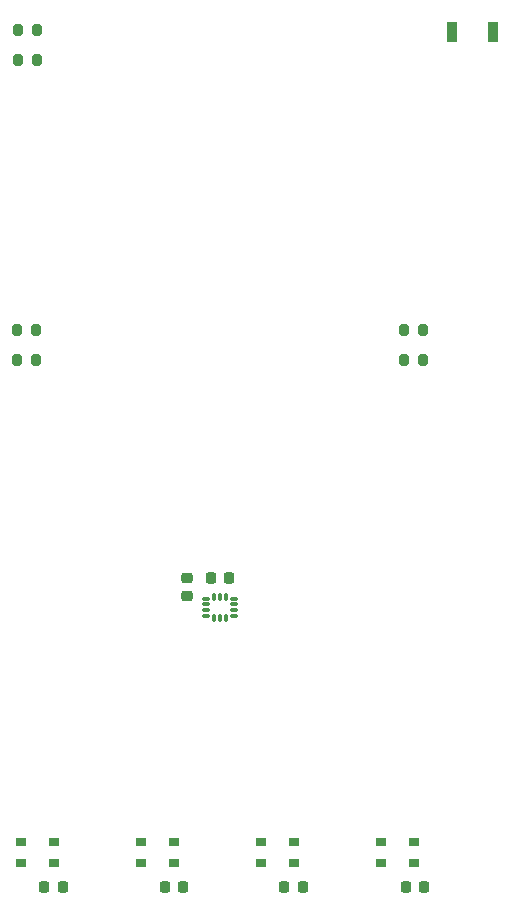
<source format=gbr>
%TF.GenerationSoftware,KiCad,Pcbnew,7.0.8*%
%TF.CreationDate,2023-11-04T18:56:12+01:00*%
%TF.ProjectId,kidslab-lamp,6b696473-6c61-4622-9d6c-616d702e6b69,rev?*%
%TF.SameCoordinates,Original*%
%TF.FileFunction,Paste,Top*%
%TF.FilePolarity,Positive*%
%FSLAX46Y46*%
G04 Gerber Fmt 4.6, Leading zero omitted, Abs format (unit mm)*
G04 Created by KiCad (PCBNEW 7.0.8) date 2023-11-04 18:56:12*
%MOMM*%
%LPD*%
G01*
G04 APERTURE LIST*
G04 Aperture macros list*
%AMRoundRect*
0 Rectangle with rounded corners*
0 $1 Rounding radius*
0 $2 $3 $4 $5 $6 $7 $8 $9 X,Y pos of 4 corners*
0 Add a 4 corners polygon primitive as box body*
4,1,4,$2,$3,$4,$5,$6,$7,$8,$9,$2,$3,0*
0 Add four circle primitives for the rounded corners*
1,1,$1+$1,$2,$3*
1,1,$1+$1,$4,$5*
1,1,$1+$1,$6,$7*
1,1,$1+$1,$8,$9*
0 Add four rect primitives between the rounded corners*
20,1,$1+$1,$2,$3,$4,$5,0*
20,1,$1+$1,$4,$5,$6,$7,0*
20,1,$1+$1,$6,$7,$8,$9,0*
20,1,$1+$1,$8,$9,$2,$3,0*%
G04 Aperture macros list end*
%ADD10RoundRect,0.200000X0.200000X0.275000X-0.200000X0.275000X-0.200000X-0.275000X0.200000X-0.275000X0*%
%ADD11RoundRect,0.200000X-0.200000X-0.275000X0.200000X-0.275000X0.200000X0.275000X-0.200000X0.275000X0*%
%ADD12R,0.900000X1.800000*%
%ADD13RoundRect,0.225000X0.225000X0.250000X-0.225000X0.250000X-0.225000X-0.250000X0.225000X-0.250000X0*%
%ADD14R,0.950000X0.800000*%
%ADD15RoundRect,0.087500X0.225000X0.087500X-0.225000X0.087500X-0.225000X-0.087500X0.225000X-0.087500X0*%
%ADD16RoundRect,0.087500X0.087500X0.225000X-0.087500X0.225000X-0.087500X-0.225000X0.087500X-0.225000X0*%
%ADD17RoundRect,0.225000X0.250000X-0.225000X0.250000X0.225000X-0.250000X0.225000X-0.250000X-0.225000X0*%
G04 APERTURE END LIST*
D10*
%TO.C,R2*%
X134048000Y-86995000D03*
X132398000Y-86995000D03*
%TD*%
D11*
%TO.C,R6*%
X132462000Y-64160400D03*
X134112000Y-64160400D03*
%TD*%
D12*
%TO.C,BZ1*%
X169214800Y-61747400D03*
X172714800Y-61747400D03*
%TD*%
D13*
%TO.C,C7*%
X146457000Y-134112000D03*
X144907000Y-134112000D03*
%TD*%
%TO.C,C4*%
X150381000Y-107950000D03*
X148831000Y-107950000D03*
%TD*%
%TO.C,C9*%
X166891000Y-134112000D03*
X165341000Y-134112000D03*
%TD*%
%TO.C,C6*%
X136284000Y-134112000D03*
X134734000Y-134112000D03*
%TD*%
D14*
%TO.C,D4*%
X165985000Y-132095000D03*
X165985000Y-130315000D03*
X163255000Y-130315000D03*
X163255000Y-132095000D03*
%TD*%
%TO.C,D1*%
X135505000Y-132095000D03*
X135505000Y-130315000D03*
X132775000Y-130315000D03*
X132775000Y-132095000D03*
%TD*%
D11*
%TO.C,R3*%
X165164000Y-86995000D03*
X166814000Y-86995000D03*
%TD*%
D15*
%TO.C,U2*%
X150768500Y-111224000D03*
X150768500Y-110724000D03*
X150768500Y-110224000D03*
X150768500Y-109724000D03*
D16*
X150106000Y-109561500D03*
X149606000Y-109561500D03*
X149106000Y-109561500D03*
D15*
X148443500Y-109724000D03*
X148443500Y-110224000D03*
X148443500Y-110724000D03*
X148443500Y-111224000D03*
D16*
X149106000Y-111386500D03*
X149606000Y-111386500D03*
X150106000Y-111386500D03*
%TD*%
D10*
%TO.C,R1*%
X134048000Y-89535000D03*
X132398000Y-89535000D03*
%TD*%
D14*
%TO.C,D3*%
X155825000Y-132095000D03*
X155825000Y-130315000D03*
X153095000Y-130315000D03*
X153095000Y-132095000D03*
%TD*%
D17*
%TO.C,C5*%
X146812000Y-109500000D03*
X146812000Y-107950000D03*
%TD*%
D14*
%TO.C,D2*%
X145665000Y-132095000D03*
X145665000Y-130315000D03*
X142935000Y-130315000D03*
X142935000Y-132095000D03*
%TD*%
D11*
%TO.C,R4*%
X165164000Y-89535000D03*
X166814000Y-89535000D03*
%TD*%
%TO.C,R5*%
X132487400Y-61620400D03*
X134137400Y-61620400D03*
%TD*%
D13*
%TO.C,C8*%
X156604000Y-134112000D03*
X155054000Y-134112000D03*
%TD*%
M02*

</source>
